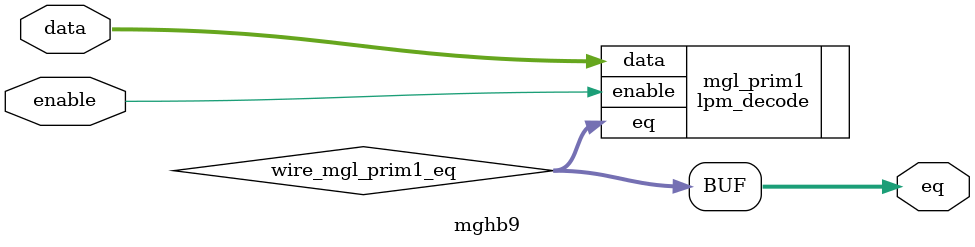
<source format=v>






//synthesis_resources = lpm_decode 1 
//synopsys translate_off
`timescale 1 ps / 1 ps
//synopsys translate_on
module  mghb9
	( 
	data,
	enable,
	eq) /* synthesis synthesis_clearbox=1 */;
	input   [2:0]  data;
	input   enable;
	output   [7:0]  eq;

	wire  [7:0]   wire_mgl_prim1_eq;

	lpm_decode   mgl_prim1
	( 
	.data(data),
	.enable(enable),
	.eq(wire_mgl_prim1_eq));
	defparam
		mgl_prim1.lpm_decodes = 8,
		mgl_prim1.lpm_type = "LPM_DECODE",
		mgl_prim1.lpm_width = 3;
	assign
		eq = wire_mgl_prim1_eq;
endmodule //mghb9
//VALID FILE

</source>
